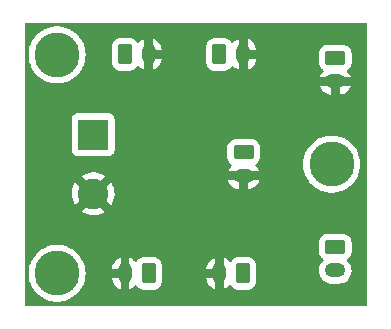
<source format=gbr>
%TF.GenerationSoftware,KiCad,Pcbnew,(6.0.4-0)*%
%TF.CreationDate,2022-05-13T17:31:48+02:00*%
%TF.ProjectId,vcc_distributor,7663635f-6469-4737-9472-696275746f72,rev?*%
%TF.SameCoordinates,Original*%
%TF.FileFunction,Copper,L1,Top*%
%TF.FilePolarity,Positive*%
%FSLAX46Y46*%
G04 Gerber Fmt 4.6, Leading zero omitted, Abs format (unit mm)*
G04 Created by KiCad (PCBNEW (6.0.4-0)) date 2022-05-13 17:31:48*
%MOMM*%
%LPD*%
G01*
G04 APERTURE LIST*
G04 Aperture macros list*
%AMRoundRect*
0 Rectangle with rounded corners*
0 $1 Rounding radius*
0 $2 $3 $4 $5 $6 $7 $8 $9 X,Y pos of 4 corners*
0 Add a 4 corners polygon primitive as box body*
4,1,4,$2,$3,$4,$5,$6,$7,$8,$9,$2,$3,0*
0 Add four circle primitives for the rounded corners*
1,1,$1+$1,$2,$3*
1,1,$1+$1,$4,$5*
1,1,$1+$1,$6,$7*
1,1,$1+$1,$8,$9*
0 Add four rect primitives between the rounded corners*
20,1,$1+$1,$2,$3,$4,$5,0*
20,1,$1+$1,$4,$5,$6,$7,0*
20,1,$1+$1,$6,$7,$8,$9,0*
20,1,$1+$1,$8,$9,$2,$3,0*%
G04 Aperture macros list end*
%TA.AperFunction,ComponentPad*%
%ADD10RoundRect,0.250000X0.350000X0.625000X-0.350000X0.625000X-0.350000X-0.625000X0.350000X-0.625000X0*%
%TD*%
%TA.AperFunction,ComponentPad*%
%ADD11O,1.200000X1.750000*%
%TD*%
%TA.AperFunction,ComponentPad*%
%ADD12RoundRect,0.250000X-0.350000X-0.625000X0.350000X-0.625000X0.350000X0.625000X-0.350000X0.625000X0*%
%TD*%
%TA.AperFunction,ComponentPad*%
%ADD13C,2.600000*%
%TD*%
%TA.AperFunction,ConnectorPad*%
%ADD14C,3.800000*%
%TD*%
%TA.AperFunction,ComponentPad*%
%ADD15RoundRect,0.250000X-0.625000X0.350000X-0.625000X-0.350000X0.625000X-0.350000X0.625000X0.350000X0*%
%TD*%
%TA.AperFunction,ComponentPad*%
%ADD16O,1.750000X1.200000*%
%TD*%
%TA.AperFunction,ComponentPad*%
%ADD17R,2.600000X2.600000*%
%TD*%
G04 APERTURE END LIST*
D10*
%TO.P,J3,1,Pin_1*%
%TO.N,GND*%
X110000000Y-68250000D03*
D11*
%TO.P,J3,2,Pin_2*%
%TO.N,+5V*%
X108000000Y-68250000D03*
%TD*%
D12*
%TO.P,J2,1,Pin_1*%
%TO.N,GND*%
X108000000Y-49700000D03*
D11*
%TO.P,J2,2,Pin_2*%
%TO.N,+5V*%
X110000000Y-49700000D03*
%TD*%
D13*
%TO.P,REF\u002A\u002A,1*%
%TO.N,N/C*%
X125500000Y-59000000D03*
D14*
X125500000Y-59000000D03*
%TD*%
D13*
%TO.P,REF\u002A\u002A,1*%
%TO.N,N/C*%
X102250000Y-68250000D03*
D14*
X102250000Y-68250000D03*
%TD*%
D13*
%TO.P,REF\u002A\u002A,1*%
%TO.N,N/C*%
X102250000Y-49750000D03*
D14*
X102250000Y-49750000D03*
%TD*%
D15*
%TO.P,J6,1,Pin_1*%
%TO.N,GND*%
X118050000Y-58000000D03*
D16*
%TO.P,J6,2,Pin_2*%
%TO.N,+5V*%
X118050000Y-60000000D03*
%TD*%
D12*
%TO.P,J4,1,Pin_1*%
%TO.N,GND*%
X116000000Y-49700000D03*
D11*
%TO.P,J4,2,Pin_2*%
%TO.N,+5V*%
X118000000Y-49700000D03*
%TD*%
D15*
%TO.P,J8,1,Pin_1*%
%TO.N,GND*%
X125800000Y-50000000D03*
D16*
%TO.P,J8,2,Pin_2*%
%TO.N,+5V*%
X125800000Y-52000000D03*
%TD*%
D15*
%TO.P,J7,1,Pin_1*%
%TO.N,GND*%
X125800000Y-66000000D03*
D16*
%TO.P,J7,2,Pin_2*%
%TO.N,unconnected-(J7-Pad2)*%
X125800000Y-68000000D03*
%TD*%
D10*
%TO.P,J5,1,Pin_1*%
%TO.N,GND*%
X118000000Y-68250000D03*
D11*
%TO.P,J5,2,Pin_2*%
%TO.N,+5V*%
X116000000Y-68250000D03*
%TD*%
D17*
%TO.P,J1,1,Pin_1*%
%TO.N,GND*%
X105305000Y-56500000D03*
D13*
%TO.P,J1,2,Pin_2*%
%TO.N,+5V*%
X105305000Y-61500000D03*
%TD*%
%TA.AperFunction,Conductor*%
%TO.N,+5V*%
G36*
X128433621Y-47028502D02*
G01*
X128480114Y-47082158D01*
X128491500Y-47134500D01*
X128491500Y-70865500D01*
X128471498Y-70933621D01*
X128417842Y-70980114D01*
X128365500Y-70991500D01*
X99634500Y-70991500D01*
X99566379Y-70971498D01*
X99519886Y-70917842D01*
X99508500Y-70865500D01*
X99508500Y-68250000D01*
X99836738Y-68250000D01*
X99855767Y-68552462D01*
X99912555Y-68850154D01*
X99913782Y-68853930D01*
X100003816Y-69131024D01*
X100006206Y-69138381D01*
X100007893Y-69141967D01*
X100007895Y-69141971D01*
X100037069Y-69203968D01*
X100135242Y-69412598D01*
X100137366Y-69415944D01*
X100137366Y-69415945D01*
X100185628Y-69491994D01*
X100297630Y-69668480D01*
X100490808Y-69901992D01*
X100711729Y-70109450D01*
X100956910Y-70287584D01*
X101222483Y-70433585D01*
X101226152Y-70435038D01*
X101226157Y-70435040D01*
X101500591Y-70543696D01*
X101504261Y-70545149D01*
X101797800Y-70620516D01*
X102098470Y-70658500D01*
X102401530Y-70658500D01*
X102702200Y-70620516D01*
X102995739Y-70545149D01*
X102999409Y-70543696D01*
X103273843Y-70435040D01*
X103273848Y-70435038D01*
X103277517Y-70433585D01*
X103543090Y-70287584D01*
X103788271Y-70109450D01*
X104009192Y-69901992D01*
X104202370Y-69668480D01*
X104314372Y-69491994D01*
X104362634Y-69415945D01*
X104362634Y-69415944D01*
X104364758Y-69412598D01*
X104462931Y-69203968D01*
X104492105Y-69141971D01*
X104492107Y-69141967D01*
X104493794Y-69138381D01*
X104496185Y-69131024D01*
X104586218Y-68853930D01*
X104587445Y-68850154D01*
X104626483Y-68645512D01*
X106898458Y-68645512D01*
X106906471Y-68729494D01*
X106908730Y-68741228D01*
X106964872Y-68932599D01*
X106969302Y-68943675D01*
X107060619Y-69120978D01*
X107067069Y-69131024D01*
X107190262Y-69287857D01*
X107198499Y-69296506D01*
X107349123Y-69427212D01*
X107358847Y-69434147D01*
X107531465Y-69534009D01*
X107542335Y-69538986D01*
X107603885Y-69560360D01*
X107617972Y-69561045D01*
X107621000Y-69555186D01*
X107621000Y-69551724D01*
X108379000Y-69551724D01*
X108382973Y-69565255D01*
X108387615Y-69565922D01*
X108549382Y-69492371D01*
X108559724Y-69486424D01*
X108722397Y-69371032D01*
X108731425Y-69363239D01*
X108818535Y-69272243D01*
X108880090Y-69236867D01*
X108951000Y-69240386D01*
X109008750Y-69281683D01*
X109016685Y-69293053D01*
X109051522Y-69349348D01*
X109176697Y-69474305D01*
X109182927Y-69478145D01*
X109182928Y-69478146D01*
X109320090Y-69562694D01*
X109327262Y-69567115D01*
X109407005Y-69593564D01*
X109488611Y-69620632D01*
X109488613Y-69620632D01*
X109495139Y-69622797D01*
X109501975Y-69623497D01*
X109501978Y-69623498D01*
X109545031Y-69627909D01*
X109599600Y-69633500D01*
X110400400Y-69633500D01*
X110403646Y-69633163D01*
X110403650Y-69633163D01*
X110499308Y-69623238D01*
X110499312Y-69623237D01*
X110506166Y-69622526D01*
X110512702Y-69620345D01*
X110512704Y-69620345D01*
X110644806Y-69576272D01*
X110673946Y-69566550D01*
X110824348Y-69473478D01*
X110949305Y-69348303D01*
X110986565Y-69287857D01*
X111038275Y-69203968D01*
X111038276Y-69203966D01*
X111042115Y-69197738D01*
X111085251Y-69067686D01*
X111095632Y-69036389D01*
X111095632Y-69036387D01*
X111097797Y-69029861D01*
X111108500Y-68925400D01*
X111108500Y-68645512D01*
X114898458Y-68645512D01*
X114906471Y-68729494D01*
X114908730Y-68741228D01*
X114964872Y-68932599D01*
X114969302Y-68943675D01*
X115060619Y-69120978D01*
X115067069Y-69131024D01*
X115190262Y-69287857D01*
X115198499Y-69296506D01*
X115349123Y-69427212D01*
X115358847Y-69434147D01*
X115531465Y-69534009D01*
X115542335Y-69538986D01*
X115603885Y-69560360D01*
X115617972Y-69561045D01*
X115621000Y-69555186D01*
X115621000Y-69551724D01*
X116379000Y-69551724D01*
X116382973Y-69565255D01*
X116387615Y-69565922D01*
X116549382Y-69492371D01*
X116559724Y-69486424D01*
X116722397Y-69371032D01*
X116731425Y-69363239D01*
X116818535Y-69272243D01*
X116880090Y-69236867D01*
X116951000Y-69240386D01*
X117008750Y-69281683D01*
X117016685Y-69293053D01*
X117051522Y-69349348D01*
X117176697Y-69474305D01*
X117182927Y-69478145D01*
X117182928Y-69478146D01*
X117320090Y-69562694D01*
X117327262Y-69567115D01*
X117407005Y-69593564D01*
X117488611Y-69620632D01*
X117488613Y-69620632D01*
X117495139Y-69622797D01*
X117501975Y-69623497D01*
X117501978Y-69623498D01*
X117545031Y-69627909D01*
X117599600Y-69633500D01*
X118400400Y-69633500D01*
X118403646Y-69633163D01*
X118403650Y-69633163D01*
X118499308Y-69623238D01*
X118499312Y-69623237D01*
X118506166Y-69622526D01*
X118512702Y-69620345D01*
X118512704Y-69620345D01*
X118644806Y-69576272D01*
X118673946Y-69566550D01*
X118824348Y-69473478D01*
X118949305Y-69348303D01*
X118986565Y-69287857D01*
X119038275Y-69203968D01*
X119038276Y-69203966D01*
X119042115Y-69197738D01*
X119085251Y-69067686D01*
X119095632Y-69036389D01*
X119095632Y-69036387D01*
X119097797Y-69029861D01*
X119108500Y-68925400D01*
X119108500Y-67945604D01*
X124412787Y-67945604D01*
X124422567Y-68156899D01*
X124472125Y-68362534D01*
X124474607Y-68367992D01*
X124474608Y-68367996D01*
X124518053Y-68463546D01*
X124559674Y-68555087D01*
X124682054Y-68727611D01*
X124834850Y-68873881D01*
X125012548Y-68988620D01*
X125018114Y-68990863D01*
X125203168Y-69065442D01*
X125203171Y-69065443D01*
X125208737Y-69067686D01*
X125416337Y-69108228D01*
X125421899Y-69108500D01*
X126127846Y-69108500D01*
X126285566Y-69093452D01*
X126488534Y-69033908D01*
X126496392Y-69029861D01*
X126671249Y-68939804D01*
X126671252Y-68939802D01*
X126676580Y-68937058D01*
X126842920Y-68806396D01*
X126846852Y-68801865D01*
X126846855Y-68801862D01*
X126977621Y-68651167D01*
X126981552Y-68646637D01*
X126984552Y-68641451D01*
X126984555Y-68641447D01*
X127084467Y-68468742D01*
X127087473Y-68463546D01*
X127156861Y-68263729D01*
X127187213Y-68054396D01*
X127177433Y-67843101D01*
X127127875Y-67637466D01*
X127100777Y-67577866D01*
X127054320Y-67475692D01*
X127040326Y-67444913D01*
X126917946Y-67272389D01*
X126913619Y-67268247D01*
X126913614Y-67268241D01*
X126822683Y-67181194D01*
X126787306Y-67119639D01*
X126790825Y-67048730D01*
X126832121Y-66990979D01*
X126843504Y-66983035D01*
X126899348Y-66948478D01*
X127024305Y-66823303D01*
X127117115Y-66672738D01*
X127172797Y-66504861D01*
X127183500Y-66400400D01*
X127183500Y-65599600D01*
X127172526Y-65493834D01*
X127116550Y-65326054D01*
X127023478Y-65175652D01*
X126898303Y-65050695D01*
X126892072Y-65046854D01*
X126753968Y-64961725D01*
X126753966Y-64961724D01*
X126747738Y-64957885D01*
X126587254Y-64904655D01*
X126586389Y-64904368D01*
X126586387Y-64904368D01*
X126579861Y-64902203D01*
X126573025Y-64901503D01*
X126573022Y-64901502D01*
X126529969Y-64897091D01*
X126475400Y-64891500D01*
X125124600Y-64891500D01*
X125121354Y-64891837D01*
X125121350Y-64891837D01*
X125025692Y-64901762D01*
X125025688Y-64901763D01*
X125018834Y-64902474D01*
X125012298Y-64904655D01*
X125012296Y-64904655D01*
X124880194Y-64948728D01*
X124851054Y-64958450D01*
X124700652Y-65051522D01*
X124575695Y-65176697D01*
X124482885Y-65327262D01*
X124427203Y-65495139D01*
X124416500Y-65599600D01*
X124416500Y-66400400D01*
X124427474Y-66506166D01*
X124429655Y-66512702D01*
X124429655Y-66512704D01*
X124458115Y-66598008D01*
X124483450Y-66673946D01*
X124576522Y-66824348D01*
X124581704Y-66829521D01*
X124587056Y-66834864D01*
X124701697Y-66949305D01*
X124707927Y-66953145D01*
X124707928Y-66953146D01*
X124753236Y-66981074D01*
X124800729Y-67033846D01*
X124812153Y-67103918D01*
X124783879Y-67169042D01*
X124764955Y-67187418D01*
X124757080Y-67193604D01*
X124753148Y-67198135D01*
X124753145Y-67198138D01*
X124662791Y-67302262D01*
X124618448Y-67353363D01*
X124615448Y-67358549D01*
X124615445Y-67358553D01*
X124551929Y-67468345D01*
X124512527Y-67536454D01*
X124443139Y-67736271D01*
X124442278Y-67742206D01*
X124442278Y-67742208D01*
X124424455Y-67865135D01*
X124412787Y-67945604D01*
X119108500Y-67945604D01*
X119108500Y-67574600D01*
X119097526Y-67468834D01*
X119089546Y-67444913D01*
X119043868Y-67308002D01*
X119041550Y-67301054D01*
X118948478Y-67150652D01*
X118823303Y-67025695D01*
X118817072Y-67021854D01*
X118678968Y-66936725D01*
X118678966Y-66936724D01*
X118672738Y-66932885D01*
X118512254Y-66879655D01*
X118511389Y-66879368D01*
X118511387Y-66879368D01*
X118504861Y-66877203D01*
X118498025Y-66876503D01*
X118498022Y-66876502D01*
X118454969Y-66872091D01*
X118400400Y-66866500D01*
X117599600Y-66866500D01*
X117596354Y-66866837D01*
X117596350Y-66866837D01*
X117500692Y-66876762D01*
X117500688Y-66876763D01*
X117493834Y-66877474D01*
X117487298Y-66879655D01*
X117487296Y-66879655D01*
X117355194Y-66923728D01*
X117326054Y-66933450D01*
X117175652Y-67026522D01*
X117050695Y-67151697D01*
X117046853Y-67157929D01*
X117046852Y-67157931D01*
X117018645Y-67203690D01*
X116965873Y-67251183D01*
X116895801Y-67262605D01*
X116830677Y-67234331D01*
X116812298Y-67215403D01*
X116809738Y-67212144D01*
X116801501Y-67203494D01*
X116650877Y-67072788D01*
X116641153Y-67065853D01*
X116468535Y-66965991D01*
X116457665Y-66961014D01*
X116396115Y-66939640D01*
X116382028Y-66938955D01*
X116379000Y-66944814D01*
X116379000Y-69551724D01*
X115621000Y-69551724D01*
X115621000Y-68647115D01*
X115616525Y-68631876D01*
X115615135Y-68630671D01*
X115607452Y-68629000D01*
X114914998Y-68629000D01*
X114900521Y-68633251D01*
X114898458Y-68645512D01*
X111108500Y-68645512D01*
X111108500Y-67857425D01*
X114894022Y-67857425D01*
X114896656Y-67868347D01*
X114896796Y-67868481D01*
X114907152Y-67871000D01*
X115602885Y-67871000D01*
X115618124Y-67866525D01*
X115619329Y-67865135D01*
X115621000Y-67857452D01*
X115621000Y-66948276D01*
X115617027Y-66934745D01*
X115612385Y-66934078D01*
X115450618Y-67007629D01*
X115440276Y-67013576D01*
X115277603Y-67128968D01*
X115268575Y-67136761D01*
X115130658Y-67280831D01*
X115123262Y-67290196D01*
X115015079Y-67457741D01*
X115009583Y-67468345D01*
X114935039Y-67653312D01*
X114931645Y-67664770D01*
X114894022Y-67857425D01*
X111108500Y-67857425D01*
X111108500Y-67574600D01*
X111097526Y-67468834D01*
X111089546Y-67444913D01*
X111043868Y-67308002D01*
X111041550Y-67301054D01*
X110948478Y-67150652D01*
X110823303Y-67025695D01*
X110817072Y-67021854D01*
X110678968Y-66936725D01*
X110678966Y-66936724D01*
X110672738Y-66932885D01*
X110512254Y-66879655D01*
X110511389Y-66879368D01*
X110511387Y-66879368D01*
X110504861Y-66877203D01*
X110498025Y-66876503D01*
X110498022Y-66876502D01*
X110454969Y-66872091D01*
X110400400Y-66866500D01*
X109599600Y-66866500D01*
X109596354Y-66866837D01*
X109596350Y-66866837D01*
X109500692Y-66876762D01*
X109500688Y-66876763D01*
X109493834Y-66877474D01*
X109487298Y-66879655D01*
X109487296Y-66879655D01*
X109355194Y-66923728D01*
X109326054Y-66933450D01*
X109175652Y-67026522D01*
X109050695Y-67151697D01*
X109046853Y-67157929D01*
X109046852Y-67157931D01*
X109018645Y-67203690D01*
X108965873Y-67251183D01*
X108895801Y-67262605D01*
X108830677Y-67234331D01*
X108812298Y-67215403D01*
X108809738Y-67212144D01*
X108801501Y-67203494D01*
X108650877Y-67072788D01*
X108641153Y-67065853D01*
X108468535Y-66965991D01*
X108457665Y-66961014D01*
X108396115Y-66939640D01*
X108382028Y-66938955D01*
X108379000Y-66944814D01*
X108379000Y-69551724D01*
X107621000Y-69551724D01*
X107621000Y-68647115D01*
X107616525Y-68631876D01*
X107615135Y-68630671D01*
X107607452Y-68629000D01*
X106914998Y-68629000D01*
X106900521Y-68633251D01*
X106898458Y-68645512D01*
X104626483Y-68645512D01*
X104644233Y-68552462D01*
X104663262Y-68250000D01*
X104644233Y-67947538D01*
X104627043Y-67857425D01*
X106894022Y-67857425D01*
X106896656Y-67868347D01*
X106896796Y-67868481D01*
X106907152Y-67871000D01*
X107602885Y-67871000D01*
X107618124Y-67866525D01*
X107619329Y-67865135D01*
X107621000Y-67857452D01*
X107621000Y-66948276D01*
X107617027Y-66934745D01*
X107612385Y-66934078D01*
X107450618Y-67007629D01*
X107440276Y-67013576D01*
X107277603Y-67128968D01*
X107268575Y-67136761D01*
X107130658Y-67280831D01*
X107123262Y-67290196D01*
X107015079Y-67457741D01*
X107009583Y-67468345D01*
X106935039Y-67653312D01*
X106931645Y-67664770D01*
X106894022Y-67857425D01*
X104627043Y-67857425D01*
X104587445Y-67649846D01*
X104493794Y-67361619D01*
X104487778Y-67348833D01*
X104416866Y-67198138D01*
X104364758Y-67087402D01*
X104317907Y-67013576D01*
X104231361Y-66877203D01*
X104202370Y-66831520D01*
X104195573Y-66823303D01*
X104071014Y-66672738D01*
X104009192Y-66598008D01*
X103798760Y-66400400D01*
X103791158Y-66393261D01*
X103791157Y-66393261D01*
X103788271Y-66390550D01*
X103543090Y-66212416D01*
X103277517Y-66066415D01*
X103273848Y-66064962D01*
X103273843Y-66064960D01*
X102999409Y-65956304D01*
X102999408Y-65956304D01*
X102995739Y-65954851D01*
X102702200Y-65879484D01*
X102401530Y-65841500D01*
X102098470Y-65841500D01*
X101797800Y-65879484D01*
X101504261Y-65954851D01*
X101500592Y-65956304D01*
X101500591Y-65956304D01*
X101226157Y-66064960D01*
X101226152Y-66064962D01*
X101222483Y-66066415D01*
X100956910Y-66212416D01*
X100711729Y-66390550D01*
X100708843Y-66393261D01*
X100708842Y-66393261D01*
X100701240Y-66400400D01*
X100490808Y-66598008D01*
X100428986Y-66672738D01*
X100304428Y-66823303D01*
X100297630Y-66831520D01*
X100268639Y-66877203D01*
X100182094Y-67013576D01*
X100135242Y-67087402D01*
X100083134Y-67198138D01*
X100012223Y-67348833D01*
X100006206Y-67361619D01*
X99912555Y-67649846D01*
X99855767Y-67947538D01*
X99836738Y-68250000D01*
X99508500Y-68250000D01*
X99508500Y-63019690D01*
X104326831Y-63019690D01*
X104335547Y-63031213D01*
X104340447Y-63034805D01*
X104348354Y-63039747D01*
X104577905Y-63160519D01*
X104586454Y-63164236D01*
X104831327Y-63249749D01*
X104840336Y-63252163D01*
X105095166Y-63300544D01*
X105104423Y-63301598D01*
X105363607Y-63311783D01*
X105372921Y-63311457D01*
X105630753Y-63283220D01*
X105639930Y-63281519D01*
X105890758Y-63215481D01*
X105899574Y-63212445D01*
X106137880Y-63110062D01*
X106146167Y-63105748D01*
X106271971Y-63027898D01*
X106281387Y-63017398D01*
X106277499Y-63008486D01*
X105317812Y-62048799D01*
X105303868Y-62041185D01*
X105302035Y-62041316D01*
X105295420Y-62045567D01*
X104333489Y-63007498D01*
X104326831Y-63019690D01*
X99508500Y-63019690D01*
X99508500Y-61457211D01*
X103492775Y-61457211D01*
X103505220Y-61716288D01*
X103506356Y-61725543D01*
X103556961Y-61979945D01*
X103559449Y-61988917D01*
X103647095Y-62233033D01*
X103650895Y-62241568D01*
X103773658Y-62470041D01*
X103774701Y-62471679D01*
X103784405Y-62478961D01*
X103796824Y-62472189D01*
X104756201Y-61512812D01*
X104762579Y-61501132D01*
X105846185Y-61501132D01*
X105846316Y-61502965D01*
X105850567Y-61509580D01*
X106810292Y-62469305D01*
X106822672Y-62476065D01*
X106831013Y-62469821D01*
X106895825Y-62369058D01*
X106900279Y-62360855D01*
X107006807Y-62124370D01*
X107009997Y-62115605D01*
X107080402Y-61865972D01*
X107082262Y-61856830D01*
X107115187Y-61598019D01*
X107115668Y-61591733D01*
X107117987Y-61503160D01*
X107117836Y-61496851D01*
X107098501Y-61236663D01*
X107097125Y-61227457D01*
X107039878Y-60974467D01*
X107037154Y-60965556D01*
X106943143Y-60723806D01*
X106939132Y-60715397D01*
X106834091Y-60531613D01*
X106823928Y-60521837D01*
X106816027Y-60524960D01*
X105853799Y-61487188D01*
X105846185Y-61501132D01*
X104762579Y-61501132D01*
X104763815Y-61498868D01*
X104763684Y-61497035D01*
X104759433Y-61490420D01*
X103799167Y-60530154D01*
X103786787Y-60523394D01*
X103779266Y-60529024D01*
X103691965Y-60672891D01*
X103687736Y-60681192D01*
X103587432Y-60920389D01*
X103584471Y-60929239D01*
X103520628Y-61180625D01*
X103519006Y-61189822D01*
X103493020Y-61447885D01*
X103492775Y-61457211D01*
X99508500Y-61457211D01*
X99508500Y-59982684D01*
X104328876Y-59982684D01*
X104333449Y-59992462D01*
X105292188Y-60951201D01*
X105306132Y-60958815D01*
X105307965Y-60958684D01*
X105314580Y-60954433D01*
X105881398Y-60387615D01*
X116734078Y-60387615D01*
X116807629Y-60549382D01*
X116813576Y-60559724D01*
X116928968Y-60722397D01*
X116936761Y-60731425D01*
X117080831Y-60869342D01*
X117090196Y-60876738D01*
X117257741Y-60984921D01*
X117268345Y-60990417D01*
X117453312Y-61064961D01*
X117464770Y-61068355D01*
X117657425Y-61105978D01*
X117668347Y-61103344D01*
X117668481Y-61103204D01*
X117671000Y-61092848D01*
X117671000Y-61085002D01*
X118429000Y-61085002D01*
X118433251Y-61099479D01*
X118445512Y-61101542D01*
X118529494Y-61093529D01*
X118541228Y-61091270D01*
X118732599Y-61035128D01*
X118743675Y-61030698D01*
X118920978Y-60939381D01*
X118931024Y-60932931D01*
X119087857Y-60809738D01*
X119096506Y-60801501D01*
X119227212Y-60650877D01*
X119234147Y-60641153D01*
X119334009Y-60468535D01*
X119338986Y-60457665D01*
X119360360Y-60396115D01*
X119361045Y-60382028D01*
X119355186Y-60379000D01*
X118447115Y-60379000D01*
X118431876Y-60383475D01*
X118430671Y-60384865D01*
X118429000Y-60392548D01*
X118429000Y-61085002D01*
X117671000Y-61085002D01*
X117671000Y-60397115D01*
X117666525Y-60381876D01*
X117665135Y-60380671D01*
X117657452Y-60379000D01*
X116748276Y-60379000D01*
X116734745Y-60382973D01*
X116734078Y-60387615D01*
X105881398Y-60387615D01*
X106274977Y-59994036D01*
X106281361Y-59982346D01*
X106271949Y-59970235D01*
X106229045Y-59940471D01*
X106221010Y-59935738D01*
X105988376Y-59821016D01*
X105979743Y-59817528D01*
X105732703Y-59738450D01*
X105723643Y-59736274D01*
X105467630Y-59694580D01*
X105458343Y-59693768D01*
X105198992Y-59690373D01*
X105189681Y-59690943D01*
X104932682Y-59725919D01*
X104923546Y-59727860D01*
X104674543Y-59800439D01*
X104665800Y-59803707D01*
X104430252Y-59912296D01*
X104422096Y-59916816D01*
X104338012Y-59971944D01*
X104328876Y-59982684D01*
X99508500Y-59982684D01*
X99508500Y-58400400D01*
X116666500Y-58400400D01*
X116677474Y-58506166D01*
X116733450Y-58673946D01*
X116826522Y-58824348D01*
X116951697Y-58949305D01*
X116957929Y-58953147D01*
X116957931Y-58953148D01*
X117003690Y-58981355D01*
X117051183Y-59034127D01*
X117062605Y-59104199D01*
X117034331Y-59169323D01*
X117015403Y-59187702D01*
X117012144Y-59190262D01*
X117003494Y-59198499D01*
X116872788Y-59349123D01*
X116865853Y-59358847D01*
X116765991Y-59531465D01*
X116761014Y-59542335D01*
X116739640Y-59603885D01*
X116738955Y-59617972D01*
X116744814Y-59621000D01*
X119351724Y-59621000D01*
X119365255Y-59617027D01*
X119365922Y-59612385D01*
X119292371Y-59450618D01*
X119286424Y-59440276D01*
X119171032Y-59277603D01*
X119163239Y-59268575D01*
X119072243Y-59181465D01*
X119036867Y-59119910D01*
X119040386Y-59049000D01*
X119075426Y-59000000D01*
X123086738Y-59000000D01*
X123105767Y-59302462D01*
X123162555Y-59600154D01*
X123256206Y-59888381D01*
X123257893Y-59891967D01*
X123257895Y-59891971D01*
X123305923Y-59994036D01*
X123385242Y-60162598D01*
X123547630Y-60418480D01*
X123550149Y-60421525D01*
X123550152Y-60421529D01*
X123589039Y-60468535D01*
X123740808Y-60651992D01*
X123961729Y-60859450D01*
X124206910Y-61037584D01*
X124210379Y-61039491D01*
X124210382Y-61039493D01*
X124326526Y-61103344D01*
X124472483Y-61183585D01*
X124476152Y-61185038D01*
X124476157Y-61185040D01*
X124606542Y-61236663D01*
X124754261Y-61295149D01*
X125047800Y-61370516D01*
X125348470Y-61408500D01*
X125651530Y-61408500D01*
X125952200Y-61370516D01*
X126245739Y-61295149D01*
X126393458Y-61236663D01*
X126523843Y-61185040D01*
X126523848Y-61185038D01*
X126527517Y-61183585D01*
X126673474Y-61103344D01*
X126789618Y-61039493D01*
X126789621Y-61039491D01*
X126793090Y-61037584D01*
X127038271Y-60859450D01*
X127259192Y-60651992D01*
X127410961Y-60468535D01*
X127449848Y-60421529D01*
X127449851Y-60421525D01*
X127452370Y-60418480D01*
X127614758Y-60162598D01*
X127694077Y-59994036D01*
X127742105Y-59891971D01*
X127742107Y-59891967D01*
X127743794Y-59888381D01*
X127837445Y-59600154D01*
X127894233Y-59302462D01*
X127913262Y-59000000D01*
X127894233Y-58697538D01*
X127837445Y-58399846D01*
X127743794Y-58111619D01*
X127716630Y-58053891D01*
X127652550Y-57917715D01*
X127614758Y-57837402D01*
X127452370Y-57581520D01*
X127259192Y-57348008D01*
X127038271Y-57140550D01*
X126793090Y-56962416D01*
X126784849Y-56957885D01*
X126530986Y-56818322D01*
X126530985Y-56818321D01*
X126527517Y-56816415D01*
X126523848Y-56814962D01*
X126523843Y-56814960D01*
X126249409Y-56706304D01*
X126249408Y-56706304D01*
X126245739Y-56704851D01*
X125952200Y-56629484D01*
X125651530Y-56591500D01*
X125348470Y-56591500D01*
X125047800Y-56629484D01*
X124754261Y-56704851D01*
X124750592Y-56706304D01*
X124750591Y-56706304D01*
X124476157Y-56814960D01*
X124476152Y-56814962D01*
X124472483Y-56816415D01*
X124469015Y-56818321D01*
X124469014Y-56818322D01*
X124215152Y-56957885D01*
X124206910Y-56962416D01*
X123961729Y-57140550D01*
X123740808Y-57348008D01*
X123547630Y-57581520D01*
X123385242Y-57837402D01*
X123347450Y-57917715D01*
X123283371Y-58053891D01*
X123256206Y-58111619D01*
X123162555Y-58399846D01*
X123105767Y-58697538D01*
X123086738Y-59000000D01*
X119075426Y-59000000D01*
X119081683Y-58991250D01*
X119093053Y-58983315D01*
X119149348Y-58948478D01*
X119274305Y-58823303D01*
X119367115Y-58672738D01*
X119422797Y-58504861D01*
X119433500Y-58400400D01*
X119433500Y-57599600D01*
X119422526Y-57493834D01*
X119366550Y-57326054D01*
X119273478Y-57175652D01*
X119241031Y-57143261D01*
X119153483Y-57055866D01*
X119148303Y-57050695D01*
X119005089Y-56962416D01*
X119003968Y-56961725D01*
X119003966Y-56961724D01*
X118997738Y-56957885D01*
X118837254Y-56904655D01*
X118836389Y-56904368D01*
X118836387Y-56904368D01*
X118829861Y-56902203D01*
X118823025Y-56901503D01*
X118823022Y-56901502D01*
X118779969Y-56897091D01*
X118725400Y-56891500D01*
X117374600Y-56891500D01*
X117371354Y-56891837D01*
X117371350Y-56891837D01*
X117275692Y-56901762D01*
X117275688Y-56901763D01*
X117268834Y-56902474D01*
X117262298Y-56904655D01*
X117262296Y-56904655D01*
X117130194Y-56948728D01*
X117101054Y-56958450D01*
X116950652Y-57051522D01*
X116825695Y-57176697D01*
X116732885Y-57327262D01*
X116677203Y-57495139D01*
X116666500Y-57599600D01*
X116666500Y-58400400D01*
X99508500Y-58400400D01*
X99508500Y-57848134D01*
X103496500Y-57848134D01*
X103503255Y-57910316D01*
X103554385Y-58046705D01*
X103641739Y-58163261D01*
X103758295Y-58250615D01*
X103894684Y-58301745D01*
X103956866Y-58308500D01*
X106653134Y-58308500D01*
X106715316Y-58301745D01*
X106851705Y-58250615D01*
X106968261Y-58163261D01*
X107055615Y-58046705D01*
X107106745Y-57910316D01*
X107113500Y-57848134D01*
X107113500Y-55151866D01*
X107106745Y-55089684D01*
X107055615Y-54953295D01*
X106968261Y-54836739D01*
X106851705Y-54749385D01*
X106715316Y-54698255D01*
X106653134Y-54691500D01*
X103956866Y-54691500D01*
X103894684Y-54698255D01*
X103758295Y-54749385D01*
X103641739Y-54836739D01*
X103554385Y-54953295D01*
X103503255Y-55089684D01*
X103496500Y-55151866D01*
X103496500Y-57848134D01*
X99508500Y-57848134D01*
X99508500Y-52387615D01*
X124484078Y-52387615D01*
X124557629Y-52549382D01*
X124563576Y-52559724D01*
X124678968Y-52722397D01*
X124686761Y-52731425D01*
X124830831Y-52869342D01*
X124840196Y-52876738D01*
X125007741Y-52984921D01*
X125018345Y-52990417D01*
X125203312Y-53064961D01*
X125214770Y-53068355D01*
X125407425Y-53105978D01*
X125418347Y-53103344D01*
X125418481Y-53103204D01*
X125421000Y-53092848D01*
X125421000Y-53085002D01*
X126179000Y-53085002D01*
X126183251Y-53099479D01*
X126195512Y-53101542D01*
X126279494Y-53093529D01*
X126291228Y-53091270D01*
X126482599Y-53035128D01*
X126493675Y-53030698D01*
X126670978Y-52939381D01*
X126681024Y-52932931D01*
X126837857Y-52809738D01*
X126846506Y-52801501D01*
X126977212Y-52650877D01*
X126984147Y-52641153D01*
X127084009Y-52468535D01*
X127088986Y-52457665D01*
X127110360Y-52396115D01*
X127111045Y-52382028D01*
X127105186Y-52379000D01*
X126197115Y-52379000D01*
X126181876Y-52383475D01*
X126180671Y-52384865D01*
X126179000Y-52392548D01*
X126179000Y-53085002D01*
X125421000Y-53085002D01*
X125421000Y-52397115D01*
X125416525Y-52381876D01*
X125415135Y-52380671D01*
X125407452Y-52379000D01*
X124498276Y-52379000D01*
X124484745Y-52382973D01*
X124484078Y-52387615D01*
X99508500Y-52387615D01*
X99508500Y-49750000D01*
X99836738Y-49750000D01*
X99855767Y-50052462D01*
X99912555Y-50350154D01*
X100006206Y-50638381D01*
X100007893Y-50641967D01*
X100007895Y-50641971D01*
X100025873Y-50680176D01*
X100135242Y-50912598D01*
X100137366Y-50915944D01*
X100137366Y-50915945D01*
X100145109Y-50928146D01*
X100297630Y-51168480D01*
X100300149Y-51171525D01*
X100300152Y-51171529D01*
X100322464Y-51198499D01*
X100490808Y-51401992D01*
X100711729Y-51609450D01*
X100714931Y-51611777D01*
X100714933Y-51611778D01*
X100727626Y-51621000D01*
X100956910Y-51787584D01*
X101222483Y-51933585D01*
X101226152Y-51935038D01*
X101226157Y-51935040D01*
X101500591Y-52043696D01*
X101504261Y-52045149D01*
X101797800Y-52120516D01*
X102098470Y-52158500D01*
X102401530Y-52158500D01*
X102702200Y-52120516D01*
X102995739Y-52045149D01*
X102999409Y-52043696D01*
X103273843Y-51935040D01*
X103273848Y-51935038D01*
X103277517Y-51933585D01*
X103543090Y-51787584D01*
X103772374Y-51621000D01*
X103785067Y-51611778D01*
X103785069Y-51611777D01*
X103788271Y-51609450D01*
X104009192Y-51401992D01*
X104177536Y-51198499D01*
X104199848Y-51171529D01*
X104199851Y-51171525D01*
X104202370Y-51168480D01*
X104354891Y-50928146D01*
X104362634Y-50915945D01*
X104362634Y-50915944D01*
X104364758Y-50912598D01*
X104474127Y-50680176D01*
X104492105Y-50641971D01*
X104492107Y-50641967D01*
X104493794Y-50638381D01*
X104579242Y-50375400D01*
X106891500Y-50375400D01*
X106891837Y-50378646D01*
X106891837Y-50378650D01*
X106894426Y-50403598D01*
X106902474Y-50481166D01*
X106904655Y-50487702D01*
X106904655Y-50487704D01*
X106912557Y-50511389D01*
X106958450Y-50648946D01*
X107051522Y-50799348D01*
X107176697Y-50924305D01*
X107182927Y-50928145D01*
X107182928Y-50928146D01*
X107320090Y-51012694D01*
X107327262Y-51017115D01*
X107378552Y-51034127D01*
X107488611Y-51070632D01*
X107488613Y-51070632D01*
X107495139Y-51072797D01*
X107501975Y-51073497D01*
X107501978Y-51073498D01*
X107545031Y-51077909D01*
X107599600Y-51083500D01*
X108400400Y-51083500D01*
X108403646Y-51083163D01*
X108403650Y-51083163D01*
X108499308Y-51073238D01*
X108499312Y-51073237D01*
X108506166Y-51072526D01*
X108512702Y-51070345D01*
X108512704Y-51070345D01*
X108644806Y-51026272D01*
X108673946Y-51016550D01*
X108824348Y-50923478D01*
X108949305Y-50798303D01*
X108953148Y-50792069D01*
X108981355Y-50746310D01*
X109034127Y-50698817D01*
X109104199Y-50687395D01*
X109169323Y-50715669D01*
X109187702Y-50734597D01*
X109190262Y-50737856D01*
X109198499Y-50746506D01*
X109349123Y-50877212D01*
X109358847Y-50884147D01*
X109531465Y-50984009D01*
X109542335Y-50988986D01*
X109603885Y-51010360D01*
X109617972Y-51011045D01*
X109621000Y-51005186D01*
X109621000Y-51001724D01*
X110379000Y-51001724D01*
X110382973Y-51015255D01*
X110387615Y-51015922D01*
X110549382Y-50942371D01*
X110559724Y-50936424D01*
X110722397Y-50821032D01*
X110731425Y-50813239D01*
X110869342Y-50669169D01*
X110876738Y-50659804D01*
X110984921Y-50492259D01*
X110990417Y-50481655D01*
X111033239Y-50375400D01*
X114891500Y-50375400D01*
X114891837Y-50378646D01*
X114891837Y-50378650D01*
X114894426Y-50403598D01*
X114902474Y-50481166D01*
X114904655Y-50487702D01*
X114904655Y-50487704D01*
X114912557Y-50511389D01*
X114958450Y-50648946D01*
X115051522Y-50799348D01*
X115176697Y-50924305D01*
X115182927Y-50928145D01*
X115182928Y-50928146D01*
X115320090Y-51012694D01*
X115327262Y-51017115D01*
X115378552Y-51034127D01*
X115488611Y-51070632D01*
X115488613Y-51070632D01*
X115495139Y-51072797D01*
X115501975Y-51073497D01*
X115501978Y-51073498D01*
X115545031Y-51077909D01*
X115599600Y-51083500D01*
X116400400Y-51083500D01*
X116403646Y-51083163D01*
X116403650Y-51083163D01*
X116499308Y-51073238D01*
X116499312Y-51073237D01*
X116506166Y-51072526D01*
X116512702Y-51070345D01*
X116512704Y-51070345D01*
X116644806Y-51026272D01*
X116673946Y-51016550D01*
X116824348Y-50923478D01*
X116949305Y-50798303D01*
X116953148Y-50792069D01*
X116981355Y-50746310D01*
X117034127Y-50698817D01*
X117104199Y-50687395D01*
X117169323Y-50715669D01*
X117187702Y-50734597D01*
X117190262Y-50737856D01*
X117198499Y-50746506D01*
X117349123Y-50877212D01*
X117358847Y-50884147D01*
X117531465Y-50984009D01*
X117542335Y-50988986D01*
X117603885Y-51010360D01*
X117617972Y-51011045D01*
X117621000Y-51005186D01*
X117621000Y-51001724D01*
X118379000Y-51001724D01*
X118382973Y-51015255D01*
X118387615Y-51015922D01*
X118549382Y-50942371D01*
X118559724Y-50936424D01*
X118722397Y-50821032D01*
X118731425Y-50813239D01*
X118869342Y-50669169D01*
X118876738Y-50659804D01*
X118984921Y-50492259D01*
X118990417Y-50481655D01*
X119023164Y-50400400D01*
X124416500Y-50400400D01*
X124416837Y-50403646D01*
X124416837Y-50403650D01*
X124424931Y-50481655D01*
X124427474Y-50506166D01*
X124483450Y-50673946D01*
X124576522Y-50824348D01*
X124701697Y-50949305D01*
X124707929Y-50953147D01*
X124707931Y-50953148D01*
X124753690Y-50981355D01*
X124801183Y-51034127D01*
X124812605Y-51104199D01*
X124784331Y-51169323D01*
X124765403Y-51187702D01*
X124762144Y-51190262D01*
X124753494Y-51198499D01*
X124622788Y-51349123D01*
X124615853Y-51358847D01*
X124515991Y-51531465D01*
X124511014Y-51542335D01*
X124489640Y-51603885D01*
X124488955Y-51617972D01*
X124494814Y-51621000D01*
X127101724Y-51621000D01*
X127115255Y-51617027D01*
X127115922Y-51612385D01*
X127042371Y-51450618D01*
X127036424Y-51440276D01*
X126921032Y-51277603D01*
X126913239Y-51268575D01*
X126822243Y-51181465D01*
X126786867Y-51119910D01*
X126790386Y-51049000D01*
X126831683Y-50991250D01*
X126843053Y-50983315D01*
X126899348Y-50948478D01*
X127024305Y-50823303D01*
X127030509Y-50813239D01*
X127113275Y-50678968D01*
X127113276Y-50678966D01*
X127117115Y-50672738D01*
X127172797Y-50504861D01*
X127175359Y-50479861D01*
X127183172Y-50403598D01*
X127183500Y-50400400D01*
X127183500Y-49599600D01*
X127172526Y-49493834D01*
X127157081Y-49447538D01*
X127118868Y-49333002D01*
X127116550Y-49326054D01*
X127023478Y-49175652D01*
X126898303Y-49050695D01*
X126861188Y-49027817D01*
X126753968Y-48961725D01*
X126753966Y-48961724D01*
X126747738Y-48957885D01*
X126633937Y-48920139D01*
X126586389Y-48904368D01*
X126586387Y-48904368D01*
X126579861Y-48902203D01*
X126573025Y-48901503D01*
X126573022Y-48901502D01*
X126529969Y-48897091D01*
X126475400Y-48891500D01*
X125124600Y-48891500D01*
X125121354Y-48891837D01*
X125121350Y-48891837D01*
X125025692Y-48901762D01*
X125025688Y-48901763D01*
X125018834Y-48902474D01*
X125012298Y-48904655D01*
X125012296Y-48904655D01*
X124880194Y-48948728D01*
X124851054Y-48958450D01*
X124700652Y-49051522D01*
X124575695Y-49176697D01*
X124571855Y-49182927D01*
X124571854Y-49182928D01*
X124548691Y-49220506D01*
X124482885Y-49327262D01*
X124427203Y-49495139D01*
X124416500Y-49599600D01*
X124416500Y-50400400D01*
X119023164Y-50400400D01*
X119064961Y-50296688D01*
X119068355Y-50285230D01*
X119105978Y-50092575D01*
X119103344Y-50081653D01*
X119103204Y-50081519D01*
X119092848Y-50079000D01*
X118397115Y-50079000D01*
X118381876Y-50083475D01*
X118380671Y-50084865D01*
X118379000Y-50092548D01*
X118379000Y-51001724D01*
X117621000Y-51001724D01*
X117621000Y-49302885D01*
X118379000Y-49302885D01*
X118383475Y-49318124D01*
X118384865Y-49319329D01*
X118392548Y-49321000D01*
X119085002Y-49321000D01*
X119099479Y-49316749D01*
X119101542Y-49304488D01*
X119093529Y-49220506D01*
X119091270Y-49208772D01*
X119035128Y-49017401D01*
X119030698Y-49006325D01*
X118939381Y-48829022D01*
X118932931Y-48818976D01*
X118809738Y-48662143D01*
X118801501Y-48653494D01*
X118650877Y-48522788D01*
X118641153Y-48515853D01*
X118468535Y-48415991D01*
X118457665Y-48411014D01*
X118396115Y-48389640D01*
X118382028Y-48388955D01*
X118379000Y-48394814D01*
X118379000Y-49302885D01*
X117621000Y-49302885D01*
X117621000Y-48398276D01*
X117617027Y-48384745D01*
X117612385Y-48384078D01*
X117450618Y-48457629D01*
X117440276Y-48463576D01*
X117277603Y-48578968D01*
X117268575Y-48586761D01*
X117181465Y-48677757D01*
X117119910Y-48713133D01*
X117049000Y-48709614D01*
X116991250Y-48668317D01*
X116983315Y-48656947D01*
X116948478Y-48600652D01*
X116823303Y-48475695D01*
X116817072Y-48471854D01*
X116678968Y-48386725D01*
X116678966Y-48386724D01*
X116672738Y-48382885D01*
X116592995Y-48356436D01*
X116511389Y-48329368D01*
X116511387Y-48329368D01*
X116504861Y-48327203D01*
X116498025Y-48326503D01*
X116498022Y-48326502D01*
X116454969Y-48322091D01*
X116400400Y-48316500D01*
X115599600Y-48316500D01*
X115596354Y-48316837D01*
X115596350Y-48316837D01*
X115500692Y-48326762D01*
X115500688Y-48326763D01*
X115493834Y-48327474D01*
X115487298Y-48329655D01*
X115487296Y-48329655D01*
X115355194Y-48373728D01*
X115326054Y-48383450D01*
X115175652Y-48476522D01*
X115050695Y-48601697D01*
X115046855Y-48607927D01*
X115046854Y-48607928D01*
X114982005Y-48713133D01*
X114957885Y-48752262D01*
X114955581Y-48759209D01*
X114908385Y-48901502D01*
X114902203Y-48920139D01*
X114901503Y-48926975D01*
X114901502Y-48926978D01*
X114898278Y-48958450D01*
X114891500Y-49024600D01*
X114891500Y-50375400D01*
X111033239Y-50375400D01*
X111064961Y-50296688D01*
X111068355Y-50285230D01*
X111105978Y-50092575D01*
X111103344Y-50081653D01*
X111103204Y-50081519D01*
X111092848Y-50079000D01*
X110397115Y-50079000D01*
X110381876Y-50083475D01*
X110380671Y-50084865D01*
X110379000Y-50092548D01*
X110379000Y-51001724D01*
X109621000Y-51001724D01*
X109621000Y-49302885D01*
X110379000Y-49302885D01*
X110383475Y-49318124D01*
X110384865Y-49319329D01*
X110392548Y-49321000D01*
X111085002Y-49321000D01*
X111099479Y-49316749D01*
X111101542Y-49304488D01*
X111093529Y-49220506D01*
X111091270Y-49208772D01*
X111035128Y-49017401D01*
X111030698Y-49006325D01*
X110939381Y-48829022D01*
X110932931Y-48818976D01*
X110809738Y-48662143D01*
X110801501Y-48653494D01*
X110650877Y-48522788D01*
X110641153Y-48515853D01*
X110468535Y-48415991D01*
X110457665Y-48411014D01*
X110396115Y-48389640D01*
X110382028Y-48388955D01*
X110379000Y-48394814D01*
X110379000Y-49302885D01*
X109621000Y-49302885D01*
X109621000Y-48398276D01*
X109617027Y-48384745D01*
X109612385Y-48384078D01*
X109450618Y-48457629D01*
X109440276Y-48463576D01*
X109277603Y-48578968D01*
X109268575Y-48586761D01*
X109181465Y-48677757D01*
X109119910Y-48713133D01*
X109049000Y-48709614D01*
X108991250Y-48668317D01*
X108983315Y-48656947D01*
X108948478Y-48600652D01*
X108823303Y-48475695D01*
X108817072Y-48471854D01*
X108678968Y-48386725D01*
X108678966Y-48386724D01*
X108672738Y-48382885D01*
X108592995Y-48356436D01*
X108511389Y-48329368D01*
X108511387Y-48329368D01*
X108504861Y-48327203D01*
X108498025Y-48326503D01*
X108498022Y-48326502D01*
X108454969Y-48322091D01*
X108400400Y-48316500D01*
X107599600Y-48316500D01*
X107596354Y-48316837D01*
X107596350Y-48316837D01*
X107500692Y-48326762D01*
X107500688Y-48326763D01*
X107493834Y-48327474D01*
X107487298Y-48329655D01*
X107487296Y-48329655D01*
X107355194Y-48373728D01*
X107326054Y-48383450D01*
X107175652Y-48476522D01*
X107050695Y-48601697D01*
X107046855Y-48607927D01*
X107046854Y-48607928D01*
X106982005Y-48713133D01*
X106957885Y-48752262D01*
X106955581Y-48759209D01*
X106908385Y-48901502D01*
X106902203Y-48920139D01*
X106901503Y-48926975D01*
X106901502Y-48926978D01*
X106898278Y-48958450D01*
X106891500Y-49024600D01*
X106891500Y-50375400D01*
X104579242Y-50375400D01*
X104587445Y-50350154D01*
X104644233Y-50052462D01*
X104663262Y-49750000D01*
X104644233Y-49447538D01*
X104587445Y-49149846D01*
X104506753Y-48901502D01*
X104495020Y-48865392D01*
X104495020Y-48865391D01*
X104493794Y-48861619D01*
X104364758Y-48587402D01*
X104202370Y-48331520D01*
X104189945Y-48316500D01*
X104143930Y-48260879D01*
X104009192Y-48098008D01*
X103788271Y-47890550D01*
X103543090Y-47712416D01*
X103277517Y-47566415D01*
X103273848Y-47564962D01*
X103273843Y-47564960D01*
X102999409Y-47456304D01*
X102999408Y-47456304D01*
X102995739Y-47454851D01*
X102702200Y-47379484D01*
X102401530Y-47341500D01*
X102098470Y-47341500D01*
X101797800Y-47379484D01*
X101504261Y-47454851D01*
X101500592Y-47456304D01*
X101500591Y-47456304D01*
X101226157Y-47564960D01*
X101226152Y-47564962D01*
X101222483Y-47566415D01*
X100956910Y-47712416D01*
X100711729Y-47890550D01*
X100490808Y-48098008D01*
X100356070Y-48260879D01*
X100310056Y-48316500D01*
X100297630Y-48331520D01*
X100135242Y-48587402D01*
X100006206Y-48861619D01*
X100004980Y-48865391D01*
X100004980Y-48865392D01*
X99993247Y-48901502D01*
X99912555Y-49149846D01*
X99855767Y-49447538D01*
X99836738Y-49750000D01*
X99508500Y-49750000D01*
X99508500Y-47134500D01*
X99528502Y-47066379D01*
X99582158Y-47019886D01*
X99634500Y-47008500D01*
X128365500Y-47008500D01*
X128433621Y-47028502D01*
G37*
%TD.AperFunction*%
%TD*%
M02*

</source>
